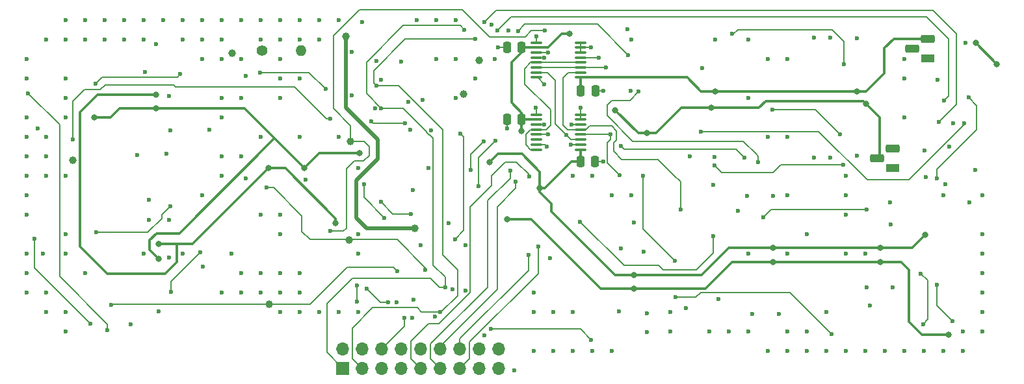
<source format=gbr>
%TF.GenerationSoftware,KiCad,Pcbnew,8.0.3*%
%TF.CreationDate,2024-07-17T18:03:28-06:00*%
%TF.ProjectId,VoiceBoardR4,566f6963-6542-46f6-9172-6452342e6b69,rev?*%
%TF.SameCoordinates,Original*%
%TF.FileFunction,Copper,L4,Bot*%
%TF.FilePolarity,Positive*%
%FSLAX46Y46*%
G04 Gerber Fmt 4.6, Leading zero omitted, Abs format (unit mm)*
G04 Created by KiCad (PCBNEW 8.0.3) date 2024-07-17 18:03:28*
%MOMM*%
%LPD*%
G01*
G04 APERTURE LIST*
G04 Aperture macros list*
%AMRoundRect*
0 Rectangle with rounded corners*
0 $1 Rounding radius*
0 $2 $3 $4 $5 $6 $7 $8 $9 X,Y pos of 4 corners*
0 Add a 4 corners polygon primitive as box body*
4,1,4,$2,$3,$4,$5,$6,$7,$8,$9,$2,$3,0*
0 Add four circle primitives for the rounded corners*
1,1,$1+$1,$2,$3*
1,1,$1+$1,$4,$5*
1,1,$1+$1,$6,$7*
1,1,$1+$1,$8,$9*
0 Add four rect primitives between the rounded corners*
20,1,$1+$1,$2,$3,$4,$5,0*
20,1,$1+$1,$4,$5,$6,$7,0*
20,1,$1+$1,$6,$7,$8,$9,0*
20,1,$1+$1,$8,$9,$2,$3,0*%
G04 Aperture macros list end*
%TA.AperFunction,ComponentPad*%
%ADD10R,1.800000X1.100000*%
%TD*%
%TA.AperFunction,ComponentPad*%
%ADD11RoundRect,0.275000X0.625000X-0.275000X0.625000X0.275000X-0.625000X0.275000X-0.625000X-0.275000X0*%
%TD*%
%TA.AperFunction,ComponentPad*%
%ADD12R,1.700000X1.700000*%
%TD*%
%TA.AperFunction,ComponentPad*%
%ADD13O,1.700000X1.700000*%
%TD*%
%TA.AperFunction,ComponentPad*%
%ADD14C,1.000000*%
%TD*%
%TA.AperFunction,ComponentPad*%
%ADD15C,1.400000*%
%TD*%
%TA.AperFunction,ComponentPad*%
%ADD16O,1.400000X1.400000*%
%TD*%
%TA.AperFunction,SMDPad,CuDef*%
%ADD17RoundRect,0.100000X-0.637500X-0.100000X0.637500X-0.100000X0.637500X0.100000X-0.637500X0.100000X0*%
%TD*%
%TA.AperFunction,SMDPad,CuDef*%
%ADD18RoundRect,0.250000X0.250000X0.475000X-0.250000X0.475000X-0.250000X-0.475000X0.250000X-0.475000X0*%
%TD*%
%TA.AperFunction,SMDPad,CuDef*%
%ADD19RoundRect,0.250000X-0.250000X-0.475000X0.250000X-0.475000X0.250000X0.475000X-0.250000X0.475000X0*%
%TD*%
%TA.AperFunction,ViaPad*%
%ADD20C,0.600000*%
%TD*%
%TA.AperFunction,ViaPad*%
%ADD21C,0.800000*%
%TD*%
%TA.AperFunction,ViaPad*%
%ADD22C,1.000000*%
%TD*%
%TA.AperFunction,Conductor*%
%ADD23C,0.152400*%
%TD*%
%TA.AperFunction,Conductor*%
%ADD24C,0.304800*%
%TD*%
%TA.AperFunction,Conductor*%
%ADD25C,0.500000*%
%TD*%
G04 APERTURE END LIST*
D10*
%TO.P,U304,1,GND*%
%TO.N,GND*%
X115060000Y-21750000D03*
D11*
%TO.P,U304,2,Vin*%
%TO.N,-12V*%
X112990000Y-20480000D03*
%TO.P,U304,3,Vout*%
%TO.N,-5V*%
X115060000Y-19210000D03*
%TD*%
D12*
%TO.P,U103,1,SDA*%
%TO.N,SDA*%
X43437500Y-47887500D03*
D13*
%TO.P,U103,2,LVL1*%
%TO.N,LEVEL_1_CV*%
X43437500Y-45347500D03*
%TO.P,U103,3,SCL*%
%TO.N,SCL*%
X45977500Y-47887500D03*
%TO.P,U103,4,LVL2*%
%TO.N,LEVEL_2_CV*%
X45977500Y-45347500D03*
%TO.P,U103,5,CLK1*%
%TO.N,CLK_1*%
X48517500Y-47887500D03*
%TO.P,U103,6,PWM1*%
%TO.N,PWM_1_CV*%
X48517500Y-45347500D03*
%TO.P,U103,7,CLK2*%
%TO.N,CLK_2*%
X51057500Y-47887500D03*
%TO.P,U103,8,PWM2*%
%TO.N,PWM_2_CV*%
X51057500Y-45347500D03*
%TO.P,U103,9,HP*%
%TO.N,HP_MODE*%
X53597500Y-47887500D03*
%TO.P,U103,10,FOLD*%
%TO.N,FOLD_CV*%
X53597500Y-45347500D03*
%TO.P,U103,11,FF*%
%TO.N,FOLD_FIRST*%
X56137500Y-47887500D03*
%TO.P,U103,12,VCF*%
%TO.N,CUTOFF_CV*%
X56137500Y-45347500D03*
%TO.P,U103,13,OUT*%
%TO.N,VCA_OUT*%
X58677500Y-47887500D03*
%TO.P,U103,14,VCA*%
%TO.N,VCA_CV*%
X58677500Y-45347500D03*
%TO.P,U103,15,+3V3*%
%TO.N,+3.3V*%
X61217500Y-47887500D03*
%TO.P,U103,16,GND*%
%TO.N,GND*%
X61217500Y-45347500D03*
%TO.P,U103,17,+12V*%
%TO.N,+12V*%
X63757500Y-47887500D03*
%TO.P,U103,18,-12V*%
%TO.N,-12V*%
X63757500Y-45347500D03*
%TD*%
D14*
%TO.P,SAW2,1,1*%
%TO.N,SAW2_FULL*%
X44300000Y-31100000D03*
%TD*%
%TO.P,OSC2,1,1*%
%TO.N,/DCO/O2_MIXF*%
X61225000Y-7675000D03*
%TD*%
D15*
%TO.P,R247,1*%
%TO.N,GND*%
X32885000Y-6375000D03*
D16*
%TO.P,R247,2*%
X37965000Y-6375000D03*
%TD*%
D14*
%TO.P,SAW1,1,1*%
%TO.N,SAW1_FULL*%
X29025000Y-6725000D03*
%TD*%
%TO.P,OSC1,1,1*%
%TO.N,/DCO/O1_MIXF*%
X59200000Y-12050000D03*
%TD*%
%TO.P,TRI1,1,1*%
%TO.N,TRI1_FULL*%
X8300000Y-20750000D03*
%TD*%
D10*
%TO.P,U305,1,Vout*%
%TO.N,+5V*%
X119610000Y-7430000D03*
D11*
%TO.P,U305,2,GND*%
%TO.N,GND*%
X117540000Y-6160000D03*
%TO.P,U305,3,Vin*%
%TO.N,+12V*%
X119610000Y-4890000D03*
%TD*%
D14*
%TO.P,OSCMIX1,1,1*%
%TO.N,OSC_MIX*%
X44425000Y-18275000D03*
%TD*%
%TO.P,TRI2,1,1*%
%TO.N,TRI2_FULL*%
X33850000Y-39550000D03*
%TD*%
D17*
%TO.P,U101,1,B1*%
%TO.N,OSC_MIX*%
X68662500Y-9925000D03*
%TO.P,U101,2,B0*%
%TO.N,FILTER_OUT*%
X68662500Y-9275000D03*
%TO.P,U101,3,C1*%
%TO.N,FOLDER_OUT*%
X68662500Y-8625000D03*
%TO.P,U101,4,C*%
%TO.N,FILTER_IN*%
X68662500Y-7975000D03*
%TO.P,U101,5,C0*%
%TO.N,OSC_MIX*%
X68662500Y-7325000D03*
%TO.P,U101,6,INH*%
%TO.N,GND*%
X68662500Y-6675000D03*
%TO.P,U101,7,VSS*%
%TO.N,-12V*%
X68662500Y-6025000D03*
%TO.P,U101,8,GND*%
%TO.N,GND*%
X68662500Y-5375000D03*
%TO.P,U101,9,S3*%
%TO.N,FOLD_FIRST*%
X74387500Y-5375000D03*
%TO.P,U101,10,S2*%
X74387500Y-6025000D03*
%TO.P,U101,11,S1*%
X74387500Y-6675000D03*
%TO.P,U101,12,A0*%
%TO.N,VCA_IN*%
X74387500Y-7325000D03*
%TO.P,U101,13,A1*%
%TO.N,FILTER_IN*%
X74387500Y-7975000D03*
%TO.P,U101,14,A*%
%TO.N,FOLDER_OUT*%
X74387500Y-8625000D03*
%TO.P,U101,15,B*%
%TO.N,FOLDER_IN*%
X74387500Y-9275000D03*
%TO.P,U101,16,VDD*%
%TO.N,+12V*%
X74387500Y-9925000D03*
%TD*%
D18*
%TO.P,C103,1*%
%TO.N,-12V*%
X66725000Y-15425000D03*
%TO.P,C103,2*%
%TO.N,GND*%
X64825000Y-15425000D03*
%TD*%
%TO.P,C101,1*%
%TO.N,-12V*%
X66712499Y-6025000D03*
%TO.P,C101,2*%
%TO.N,GND*%
X64812499Y-6025000D03*
%TD*%
D19*
%TO.P,C102,1*%
%TO.N,+12V*%
X74412500Y-11625000D03*
%TO.P,C102,2*%
%TO.N,GND*%
X76312498Y-11625000D03*
%TD*%
D17*
%TO.P,U102,1,B1*%
%TO.N,FILTER_IN*%
X68637500Y-19325000D03*
%TO.P,U102,2,B0*%
%TO.N,GND*%
X68637500Y-18675000D03*
%TO.P,U102,3,C1*%
%TO.N,unconnected-(U102-C1-Pad3)*%
X68637500Y-18025000D03*
%TO.P,U102,4,C*%
%TO.N,LP_IN*%
X68637500Y-17375000D03*
%TO.P,U102,5,C0*%
%TO.N,FILTER_IN*%
X68637500Y-16725000D03*
%TO.P,U102,6,INH*%
%TO.N,GND*%
X68637500Y-16075000D03*
%TO.P,U102,7,VSS*%
%TO.N,-12V*%
X68637500Y-15425000D03*
%TO.P,U102,8,GND*%
%TO.N,GND*%
X68637500Y-14775000D03*
%TO.P,U102,9,S3*%
%TO.N,HP_MODE*%
X74362500Y-14775000D03*
%TO.P,U102,10,S2*%
X74362500Y-15425000D03*
%TO.P,U102,11,S1*%
%TO.N,FOLD_FIRST*%
X74362500Y-16075000D03*
%TO.P,U102,12,A0*%
%TO.N,FOLDER_IN*%
X74362500Y-16725000D03*
%TO.P,U102,13,A1*%
%TO.N,VCA_IN*%
X74362500Y-17375000D03*
%TO.P,U102,14,A*%
%TO.N,FILTER_OUT*%
X74362500Y-18025000D03*
%TO.P,U102,15,B*%
%TO.N,HP_IN*%
X74362500Y-18675000D03*
%TO.P,U102,16,VDD*%
%TO.N,+12V*%
X74362500Y-19325000D03*
%TD*%
D19*
%TO.P,C104,1*%
%TO.N,+12V*%
X74375001Y-20925000D03*
%TO.P,C104,2*%
%TO.N,GND*%
X76274999Y-20925000D03*
%TD*%
D20*
%TO.N,GND*%
X126731667Y-43105000D03*
X126731667Y-40565000D03*
X126731667Y-38025000D03*
X126731667Y-35485000D03*
X126731667Y-32945000D03*
X126731667Y-30405000D03*
X126731667Y-25325000D03*
X124191667Y-45645000D03*
X124191667Y-43105000D03*
X121651667Y-45645000D03*
X121651667Y-25325000D03*
X119111667Y-45645000D03*
X116571667Y-45645000D03*
X116571667Y-15165000D03*
X116571667Y-10085000D03*
X116571667Y-7545000D03*
X114031667Y-45645000D03*
X111491667Y-45645000D03*
X111491667Y-32945000D03*
X108951667Y-45645000D03*
X108951667Y-32945000D03*
X108951667Y-27865000D03*
X108951667Y-25325000D03*
X108951667Y-22785000D03*
X106411667Y-45645000D03*
X106411667Y-40565000D03*
X103871667Y-45645000D03*
X103871667Y-43105000D03*
X103871667Y-30405000D03*
X101331667Y-45645000D03*
X101331667Y-43105000D03*
X101331667Y-32945000D03*
X101331667Y-25325000D03*
X101331667Y-17705000D03*
X101331667Y-7545000D03*
X98791667Y-45645000D03*
X98791667Y-17705000D03*
X98791667Y-7545000D03*
X96251667Y-43105000D03*
X96251667Y-32945000D03*
X96251667Y-12625000D03*
X96251667Y-5005000D03*
X93711667Y-43105000D03*
X91171667Y-43105000D03*
X88631667Y-20245000D03*
X86091667Y-43105000D03*
X86091667Y-40565000D03*
X81011667Y-25325000D03*
X81011667Y-5005000D03*
X78471667Y-45645000D03*
X78471667Y-25325000D03*
X75931667Y-45645000D03*
X75931667Y-22785000D03*
X73391667Y-45645000D03*
X73391667Y-40565000D03*
X73391667Y-22785000D03*
X70851667Y-45645000D03*
X70851667Y-40565000D03*
X68311667Y-45645000D03*
X68311667Y-40565000D03*
X68311667Y-38025000D03*
X65771667Y-48185000D03*
X63231667Y-7545000D03*
X60691667Y-10085000D03*
X58151667Y-12625000D03*
X58151667Y-7545000D03*
X58151667Y-2465000D03*
X55611667Y-7545000D03*
X55611667Y-2465000D03*
X53071667Y-2465000D03*
X45451667Y-40565000D03*
X45451667Y-32945000D03*
X45451667Y-30405000D03*
X42911667Y-40565000D03*
X42911667Y-17705000D03*
X42911667Y-2465000D03*
X40371667Y-40565000D03*
X40371667Y-5005000D03*
X40371667Y-2465000D03*
X37831667Y-40565000D03*
X37831667Y-38025000D03*
X37831667Y-35485000D03*
X37831667Y-17705000D03*
X37831667Y-10085000D03*
X37831667Y-5005000D03*
X37831667Y-2465000D03*
X35291667Y-40565000D03*
X35291667Y-38025000D03*
X35291667Y-35485000D03*
X35291667Y-30405000D03*
X35291667Y-27865000D03*
X35291667Y-12625000D03*
X35291667Y-10085000D03*
X35291667Y-7545000D03*
X35291667Y-5005000D03*
X35291667Y-2465000D03*
X32751667Y-38025000D03*
X32751667Y-35485000D03*
X32751667Y-27865000D03*
X32751667Y-17705000D03*
X32751667Y-5005000D03*
X32751667Y-2465000D03*
X30211667Y-38025000D03*
X30211667Y-35485000D03*
X30211667Y-20245000D03*
X30211667Y-12625000D03*
X30211667Y-7545000D03*
X30211667Y-2465000D03*
X27671667Y-38025000D03*
X27671667Y-22785000D03*
X27671667Y-20245000D03*
X27671667Y-15165000D03*
X27671667Y-12625000D03*
X27671667Y-7545000D03*
X27671667Y-5005000D03*
X27671667Y-2465000D03*
X25131667Y-25325000D03*
X25131667Y-7545000D03*
X25131667Y-5005000D03*
X25131667Y-2465000D03*
X22591667Y-32945000D03*
X22591667Y-5005000D03*
X22591667Y-2465000D03*
X20051667Y-2465000D03*
X17511667Y-32945000D03*
X17511667Y-5005000D03*
X17511667Y-2465000D03*
X14971667Y-5005000D03*
X14971667Y-2465000D03*
X12431667Y-5005000D03*
X12431667Y-2465000D03*
X9891667Y-35485000D03*
X9891667Y-5005000D03*
X9891667Y-2465000D03*
X7351667Y-43105000D03*
X7351667Y-40565000D03*
X7351667Y-32945000D03*
X7351667Y-30405000D03*
X7351667Y-22785000D03*
X7351667Y-15165000D03*
X7351667Y-12625000D03*
X7351667Y-10085000D03*
X7351667Y-5005000D03*
X7351667Y-2465000D03*
X4811667Y-40565000D03*
X4811667Y-38025000D03*
X4811667Y-22785000D03*
X4811667Y-20245000D03*
X4811667Y-17705000D03*
X4811667Y-5005000D03*
X2271667Y-38025000D03*
X2271667Y-35485000D03*
X2271667Y-32945000D03*
X2271667Y-27865000D03*
X2271667Y-25325000D03*
X2271667Y-22785000D03*
X2271667Y-20245000D03*
X2271667Y-17705000D03*
X2271667Y-15165000D03*
X2271667Y-10085000D03*
X2271667Y-7545000D03*
%TO.N,/DCO/O1_MIXF*%
X58710000Y-17210000D03*
X58050000Y-31025000D03*
%TO.N,CLK_1*%
X2475000Y-11975000D03*
X12800000Y-42925000D03*
%TO.N,/DCO/O2_MIXF*%
X61075000Y-24150000D03*
X63275000Y-18200000D03*
%TO.N,Net-(U202C-+)*%
X21075000Y-37900000D03*
X24875000Y-32750000D03*
%TO.N,Net-(U206C--)*%
X61775000Y-18250000D03*
X48875000Y-28250000D03*
X60075000Y-21975000D03*
X46200000Y-23825000D03*
%TO.N,GND*%
X53550000Y-31825000D03*
X70425000Y-33500000D03*
X68675000Y-4575000D03*
X77325000Y-20925000D03*
X115075000Y-37275000D03*
X124525000Y-5400000D03*
X82600000Y-32700000D03*
X88150000Y-40025000D03*
X25200000Y-34575000D03*
X114750000Y-29100000D03*
X122450000Y-18927400D03*
X20962941Y-16852498D03*
X51925000Y-13100000D03*
X121900000Y-23850000D03*
X26050000Y-16700000D03*
X80475000Y-3650000D03*
X70176075Y-6676880D03*
X91925000Y-4975000D03*
X119175000Y-19450000D03*
X50475000Y-39225000D03*
X54625000Y-21725000D03*
X55450000Y-41125000D03*
X53825000Y-12875000D03*
X83000000Y-40675000D03*
X45975000Y-2650000D03*
X122925000Y-15925000D03*
X17700000Y-9225000D03*
X94925000Y-27300000D03*
X96775000Y-40750000D03*
X38550000Y-23250000D03*
X20475000Y-19875000D03*
X119375000Y-22900000D03*
X100225000Y-40750000D03*
X81350000Y-28825000D03*
X15850000Y-42150000D03*
X120900000Y-10200000D03*
X125075000Y-26250000D03*
X99475000Y-25375000D03*
X106925000Y-20400000D03*
X57700000Y-37550000D03*
X20775000Y-33400000D03*
X112075000Y-39675000D03*
X83050000Y-43175000D03*
X47800000Y-7775000D03*
X52650000Y-38950000D03*
X111625000Y-37325000D03*
X20850000Y-12325000D03*
X91650000Y-23900000D03*
X47650000Y-13950000D03*
X28900000Y-32925000D03*
X68600000Y-13850000D03*
X44600000Y-12275000D03*
X59425000Y-37775000D03*
X61875000Y-43575000D03*
X48375000Y-10200000D03*
X59400000Y-31800000D03*
X18225000Y-28550000D03*
X79400000Y-40475000D03*
X65000000Y-3825000D03*
X104800000Y-20425000D03*
X110400000Y-4775000D03*
X30825000Y-9750000D03*
X44600000Y-6550000D03*
X96100000Y-25375000D03*
X90250000Y-8675000D03*
X125775000Y-22000000D03*
X69625000Y-16075000D03*
X52200000Y-16725000D03*
X51050000Y-7850000D03*
X4375000Y-32875000D03*
X106950000Y-4700000D03*
X114675000Y-26225000D03*
X45425000Y-21750000D03*
X104800000Y-4700000D03*
X3675000Y-16600000D03*
X19125000Y-5525000D03*
X16675000Y-20075000D03*
X30825000Y-23125000D03*
X52550000Y-24625000D03*
X18225000Y-25900000D03*
X64825000Y-16575000D03*
X92375000Y-38800000D03*
X54925000Y-16825000D03*
X19475000Y-40450000D03*
X20775000Y-28550000D03*
X63650000Y-6025000D03*
X110375000Y-20125000D03*
X69975000Y-18925000D03*
X57225000Y-28975000D03*
X62800000Y-3050000D03*
X79625000Y-32250000D03*
X52475000Y-41300000D03*
X91825000Y-20300000D03*
X80950000Y-11675000D03*
X77400000Y-11625000D03*
D21*
%TO.N,+12V*%
X99425000Y-32150000D03*
X81325000Y-35725000D03*
X42500000Y-28925000D03*
X19100000Y-12150000D03*
X19475000Y-31650000D03*
X119250000Y-30475000D03*
X128625000Y-8175000D03*
X62525000Y-21000000D03*
X69100000Y-24375000D03*
X125850000Y-5425000D03*
X110375000Y-11775000D03*
X91925000Y-11775000D03*
X113475000Y-32150000D03*
X33750000Y-21750000D03*
%TO.N,-12V*%
X45625000Y-19800000D03*
X113475000Y-34025000D03*
X11050000Y-15100000D03*
X81325000Y-37475000D03*
X19125000Y-13950000D03*
X66725000Y-16950000D03*
X19475000Y-33575000D03*
X72975000Y-4225000D03*
X91409374Y-13864577D03*
X83050000Y-17200000D03*
X99475000Y-34025000D03*
X122350000Y-43500000D03*
X111575000Y-13350000D03*
X64825000Y-28450000D03*
X38400000Y-21750000D03*
X78862500Y-14162500D03*
D20*
%TO.N,CLK_2*%
X10575000Y-42075000D03*
X3275000Y-30925000D03*
%TO.N,SAW2_FULL*%
X33550000Y-24282501D03*
X54200000Y-35000000D03*
D22*
%TO.N,+3.3V*%
X43800000Y-4550000D03*
X52775000Y-29625000D03*
D20*
%TO.N,Net-(U301A-+)*%
X94150000Y-4225000D03*
X108675000Y-8150000D03*
%TO.N,FILTER_OUT*%
X95750000Y-20350000D03*
X79687500Y-18862500D03*
X72575000Y-17450000D03*
X120825000Y-23100000D03*
X124950000Y-12525000D03*
%TO.N,Net-(U301C-+)*%
X124325000Y-15900000D03*
X90100000Y-16975000D03*
%TO.N,HP_IN*%
X73100000Y-18675000D03*
%TO.N,FOLDER_IN*%
X87400000Y-27175000D03*
%TO.N,VCA_IN*%
X76750000Y-7325000D03*
X78275000Y-17375000D03*
X79500000Y-22650000D03*
%TO.N,SDA*%
X121075000Y-15750000D03*
X59275000Y-3700000D03*
X48450000Y-13925000D03*
X56800000Y-37300000D03*
X61875000Y-2675000D03*
%TO.N,SCL*%
X47800000Y-11000000D03*
X63600000Y-3750000D03*
X121700000Y-12900000D03*
X56150000Y-40525000D03*
X60700000Y-4875000D03*
%TO.N,FOLD_FIRST*%
X75725000Y-6025000D03*
X73175000Y-16075000D03*
X65225000Y-22100000D03*
%TO.N,HP_MODE*%
X74375000Y-13900000D03*
X67675000Y-22875000D03*
%TO.N,PWM_1_CV*%
X46550000Y-37475000D03*
X51450000Y-41300000D03*
X49350000Y-39225000D03*
%TO.N,PWM_2_CV*%
X45300000Y-39200000D03*
X45300000Y-37025000D03*
%TO.N,CUTOFF_CV*%
X66250000Y-3846000D03*
X65975000Y-23550000D03*
X80600000Y-6975000D03*
%TO.N,FOLD_CV*%
X75775000Y-44150000D03*
X62750000Y-42775000D03*
%TO.N,VCA_CV*%
X67625000Y-33100000D03*
%TO.N,VCA_OUT*%
X68900000Y-31950000D03*
%TO.N,Net-(Q302-C)*%
X81950000Y-11750000D03*
X97550000Y-20950000D03*
%TO.N,Net-(Q405-E)*%
X122800000Y-41700000D03*
X120800000Y-36975000D03*
%TO.N,TRI1_FULL*%
X8300000Y-18050000D03*
X41800000Y-15300000D03*
%TO.N,TRI2_FULL*%
X50500000Y-35200000D03*
X13275000Y-39575000D03*
%TO.N,PULSE1_FULL*%
X41250000Y-11450000D03*
X32650000Y-9250000D03*
%TO.N,OSC_MIX*%
X41800000Y-29975000D03*
X69650000Y-10800000D03*
X69725000Y-3825000D03*
X69650000Y-7325000D03*
%TO.N,LP_IN*%
X70175000Y-17375000D03*
%TO.N,Net-(U303C--)*%
X108225000Y-17375000D03*
X99350000Y-14100000D03*
%TO.N,Net-(R408-Pad1)*%
X74325000Y-28750000D03*
X91675000Y-30600000D03*
%TO.N,Net-(U403A--)*%
X98175000Y-28175000D03*
X111625000Y-27150000D03*
%TO.N,FOLDER_OUT*%
X86650000Y-33825000D03*
X77675000Y-8600000D03*
X107125000Y-43400000D03*
X86725000Y-38625000D03*
X82550000Y-22725000D03*
%TO.N,Net-(U301D-+)*%
X91850000Y-21375000D03*
X108600000Y-21325000D03*
%TO.N,Net-(U202A--)*%
X11325000Y-30150000D03*
X20975000Y-26775000D03*
%TO.N,Net-(R233-Pad2)*%
X47150000Y-15650000D03*
X51575000Y-15900000D03*
%TO.N,Net-(R420-Pad2)*%
X119000000Y-42125000D03*
X118725000Y-35525000D03*
%TO.N,Net-(U201A--)*%
X22275000Y-9500000D03*
X11200000Y-10725000D03*
%TO.N,Net-(R220-Pad1)*%
X52300000Y-27775000D03*
X48375000Y-26175000D03*
%TD*%
D23*
%TO.N,/DCO/O1_MIXF*%
X58050000Y-31025000D02*
X59175000Y-29900000D01*
X59175000Y-17675000D02*
X58710000Y-17210000D01*
X59175000Y-29900000D02*
X59175000Y-17675000D01*
%TO.N,CLK_1*%
X12800000Y-42100000D02*
X6550000Y-35850000D01*
X6550000Y-35850000D02*
X6550000Y-16050000D01*
X12800000Y-42925000D02*
X12800000Y-42100000D01*
X6550000Y-16050000D02*
X2475000Y-11975000D01*
%TO.N,/DCO/O2_MIXF*%
X63275000Y-18200000D02*
X61075000Y-20400000D01*
X61075000Y-20400000D02*
X61075000Y-24150000D01*
%TO.N,Net-(U202C-+)*%
X21075000Y-36550000D02*
X24875000Y-32750000D01*
X21075000Y-37900000D02*
X21075000Y-36550000D01*
%TO.N,Net-(U206C--)*%
X46200000Y-25575000D02*
X46200000Y-23825000D01*
X61775000Y-18250000D02*
X60075000Y-19950000D01*
X60075000Y-19950000D02*
X60075000Y-21975000D01*
X48875000Y-28250000D02*
X46200000Y-25575000D01*
%TO.N,GND*%
X70174195Y-6675000D02*
X70176075Y-6676880D01*
X68662500Y-6675000D02*
X70174195Y-6675000D01*
X68637500Y-18675000D02*
X69725000Y-18675000D01*
X68637500Y-16075000D02*
X69625000Y-16075000D01*
X68637500Y-13887500D02*
X68600000Y-13850000D01*
X64812499Y-6025000D02*
X63650000Y-6025000D01*
X64825000Y-15425000D02*
X64825000Y-16575000D01*
X69725000Y-18675000D02*
X69975000Y-18925000D01*
X68637500Y-14775000D02*
X68637500Y-13887500D01*
X76274999Y-20925000D02*
X77325000Y-20925000D01*
X76312498Y-11625000D02*
X77400000Y-11625000D01*
X68662500Y-5375000D02*
X68662500Y-4587500D01*
D24*
%TO.N,+12V*%
X74412500Y-11625000D02*
X74412500Y-9950000D01*
X128625000Y-8175000D02*
X125875000Y-5425000D01*
X99425000Y-32150000D02*
X113475000Y-32150000D01*
X74412500Y-9950000D02*
X74387500Y-9925000D01*
X20325000Y-35500000D02*
X21825000Y-34000000D01*
X9250000Y-31975000D02*
X12775000Y-35500000D01*
X117575000Y-32150000D02*
X119250000Y-30475000D01*
X91925000Y-11775000D02*
X110375000Y-11775000D01*
X35950000Y-21750000D02*
X42500000Y-28300000D01*
X93700000Y-32150000D02*
X99425000Y-32150000D01*
X81325000Y-35725000D02*
X90125000Y-35725000D01*
X125875000Y-5425000D02*
X125850000Y-5425000D01*
X90125000Y-35725000D02*
X93700000Y-32150000D01*
X73225000Y-20925000D02*
X69775000Y-24375000D01*
X88250000Y-9925000D02*
X90100000Y-11775000D01*
X66775000Y-19900000D02*
X69100000Y-22225000D01*
X111575000Y-11775000D02*
X113975000Y-9375000D01*
X12775000Y-35500000D02*
X20325000Y-35500000D01*
X115185000Y-4890000D02*
X119210000Y-4890000D01*
X113975000Y-9375000D02*
X113975000Y-6100000D01*
X42500000Y-28300000D02*
X42500000Y-28925000D01*
X69775000Y-24375000D02*
X69100000Y-24375000D01*
X11525000Y-12150000D02*
X9250000Y-14425000D01*
X69100000Y-24900000D02*
X70575000Y-26375000D01*
X90100000Y-11775000D02*
X91925000Y-11775000D01*
X74362500Y-20912499D02*
X74375001Y-20925000D01*
X33750000Y-21750000D02*
X35950000Y-21750000D01*
X113475000Y-32150000D02*
X117575000Y-32150000D01*
X19100000Y-12150000D02*
X11525000Y-12150000D01*
X70575000Y-26375000D02*
X70575000Y-27450000D01*
X69100000Y-24375000D02*
X69100000Y-24900000D01*
X63625000Y-19900000D02*
X66775000Y-19900000D01*
X70575000Y-27450000D02*
X78850000Y-35725000D01*
X21825000Y-31650000D02*
X23850000Y-31650000D01*
X19475000Y-31650000D02*
X21825000Y-31650000D01*
X113975000Y-6100000D02*
X115185000Y-4890000D01*
X62525000Y-21000000D02*
X63625000Y-19900000D01*
X9250000Y-14425000D02*
X9250000Y-31975000D01*
X74362500Y-19325000D02*
X74362500Y-20912499D01*
X74387500Y-9925000D02*
X88250000Y-9925000D01*
X110375000Y-11775000D02*
X111575000Y-11775000D01*
X21825000Y-34000000D02*
X21825000Y-31650000D01*
X69100000Y-22225000D02*
X69100000Y-24375000D01*
X23850000Y-31650000D02*
X33750000Y-21750000D01*
X74375001Y-20925000D02*
X73225000Y-20925000D01*
X78850000Y-35725000D02*
X81325000Y-35725000D01*
%TO.N,-12V*%
X99475000Y-34025000D02*
X113475000Y-34025000D01*
X68637500Y-15425000D02*
X66725000Y-15425000D01*
X18300000Y-32400000D02*
X18300000Y-31125000D01*
X68662500Y-6025000D02*
X66712499Y-6025000D01*
X70150000Y-6025000D02*
X71950000Y-4225000D01*
X34525000Y-17875000D02*
X30600000Y-13950000D01*
X113390000Y-20480000D02*
X113390000Y-15165000D01*
X65450000Y-13225000D02*
X65450000Y-7925000D01*
X66700000Y-6037499D02*
X66712499Y-6025000D01*
X19475000Y-33575000D02*
X18300000Y-32400000D01*
X97600000Y-13900000D02*
X98500000Y-13000000D01*
X83050000Y-17200000D02*
X81900000Y-17200000D01*
X113475000Y-34025000D02*
X116125000Y-34025000D01*
X66725000Y-16950000D02*
X66725000Y-15425000D01*
X65450000Y-7925000D02*
X66700000Y-6675000D01*
X117125000Y-35025000D02*
X117125000Y-41775000D01*
X84200000Y-17200000D02*
X87500000Y-13900000D01*
X117125000Y-41775000D02*
X118850000Y-43500000D01*
X94125000Y-34025000D02*
X90675000Y-37475000D01*
X66725000Y-15425000D02*
X66725000Y-14500000D01*
X19100000Y-13975000D02*
X14350000Y-13975000D01*
X30600000Y-13950000D02*
X19125000Y-13950000D01*
X14350000Y-13975000D02*
X13225000Y-15100000D01*
X81900000Y-17200000D02*
X78862500Y-14162500D01*
X113390000Y-15165000D02*
X111575000Y-13350000D01*
X22150000Y-30250000D02*
X34525000Y-17875000D01*
X38400000Y-21750000D02*
X34525000Y-17875000D01*
X13225000Y-15100000D02*
X11050000Y-15100000D01*
X99475000Y-34025000D02*
X94125000Y-34025000D01*
X84200000Y-17200000D02*
X83050000Y-17200000D01*
X118850000Y-43500000D02*
X122350000Y-43500000D01*
X70150000Y-6025000D02*
X68662500Y-6025000D01*
X40350000Y-19800000D02*
X45625000Y-19800000D01*
X90675000Y-37475000D02*
X81325000Y-37475000D01*
X98500000Y-13000000D02*
X111225000Y-13000000D01*
X19175000Y-30250000D02*
X22150000Y-30250000D01*
X77000000Y-37475000D02*
X81325000Y-37475000D01*
X64825000Y-28450000D02*
X67975000Y-28450000D01*
X66700000Y-6675000D02*
X66700000Y-6037499D01*
X40350000Y-19800000D02*
X38400000Y-21750000D01*
X18300000Y-31125000D02*
X19175000Y-30250000D01*
X66725000Y-14500000D02*
X65450000Y-13225000D01*
X67975000Y-28450000D02*
X77000000Y-37475000D01*
X116125000Y-34025000D02*
X117125000Y-35025000D01*
X71950000Y-4225000D02*
X72975000Y-4225000D01*
X19125000Y-13950000D02*
X19100000Y-13975000D01*
X87500000Y-13900000D02*
X97600000Y-13900000D01*
X111225000Y-13000000D02*
X111575000Y-13350000D01*
D23*
%TO.N,CLK_2*%
X10575000Y-42075000D02*
X10550000Y-42075000D01*
X10550000Y-42075000D02*
X3275000Y-34800000D01*
X3275000Y-34800000D02*
X3275000Y-30925000D01*
%TO.N,SAW2_FULL*%
X34407501Y-24282501D02*
X38100000Y-27975000D01*
X54200000Y-34775000D02*
X54200000Y-35000000D01*
X50500000Y-31075000D02*
X54200000Y-34775000D01*
X39150000Y-31075000D02*
X50500000Y-31075000D01*
X38100000Y-30025000D02*
X39150000Y-31075000D01*
X33550000Y-24282501D02*
X34407501Y-24282501D01*
X38100000Y-27975000D02*
X38100000Y-30025000D01*
D25*
%TO.N,+3.3V*%
X45175000Y-28275000D02*
X45175000Y-23325000D01*
X43800000Y-13850000D02*
X43800000Y-4550000D01*
X47975000Y-18025000D02*
X43800000Y-13850000D01*
X47975000Y-20525000D02*
X47975000Y-18025000D01*
X45175000Y-23325000D02*
X47975000Y-20525000D01*
X46525000Y-29625000D02*
X45175000Y-28275000D01*
X52775000Y-29625000D02*
X46525000Y-29625000D01*
D23*
%TO.N,Net-(U301A-+)*%
X94850000Y-3700000D02*
X107150000Y-3700000D01*
X94150000Y-4225000D02*
X94325000Y-4225000D01*
X107150000Y-3700000D02*
X108675000Y-5225000D01*
X108675000Y-5225000D02*
X108675000Y-8150000D01*
X94325000Y-4225000D02*
X94850000Y-3700000D01*
%TO.N,FILTER_OUT*%
X74362500Y-18025000D02*
X73150000Y-18025000D01*
X120825000Y-23100000D02*
X120825000Y-21875000D01*
X79687500Y-18862500D02*
X80100000Y-19275000D01*
X80100000Y-19275000D02*
X94675000Y-19275000D01*
X68662500Y-9275000D02*
X70100000Y-9275000D01*
X73150000Y-18025000D02*
X72575000Y-17450000D01*
X70100000Y-9275000D02*
X71100000Y-10275000D01*
X71100000Y-10275000D02*
X71100000Y-15975000D01*
X126000000Y-13575000D02*
X124950000Y-12525000D01*
X71100000Y-15975000D02*
X72575000Y-17450000D01*
X94675000Y-19275000D02*
X95750000Y-20350000D01*
X126000000Y-16700000D02*
X126000000Y-13575000D01*
X120825000Y-21875000D02*
X126000000Y-16700000D01*
%TO.N,Net-(U301C-+)*%
X111700000Y-23275000D02*
X117150000Y-23275000D01*
X90100000Y-16975000D02*
X105400000Y-16975000D01*
X124325000Y-16100000D02*
X124325000Y-15900000D01*
X105400000Y-16975000D02*
X111700000Y-23275000D01*
X117150000Y-23275000D02*
X124325000Y-16100000D01*
%TO.N,HP_IN*%
X74362500Y-18675000D02*
X73100000Y-18675000D01*
%TO.N,FOLDER_IN*%
X75099999Y-16725000D02*
X75574999Y-16250000D01*
X72125000Y-9950000D02*
X72800000Y-9275000D01*
X78700000Y-19525000D02*
X79775000Y-20600000D01*
X84450000Y-20600000D02*
X86550000Y-22700000D01*
X74362500Y-16725000D02*
X72700000Y-16725000D01*
X86550000Y-22700000D02*
X87400000Y-23550000D01*
X72700000Y-16725000D02*
X72125000Y-16150000D01*
X74362500Y-16725000D02*
X75099999Y-16725000D01*
X79050000Y-16875000D02*
X79050000Y-18125000D01*
X79775000Y-20600000D02*
X84450000Y-20600000D01*
X78700000Y-18475000D02*
X78700000Y-19525000D01*
X87400000Y-23550000D02*
X87400000Y-27175000D01*
X78425000Y-16250000D02*
X79050000Y-16875000D01*
X79050000Y-18125000D02*
X78700000Y-18475000D01*
X75574999Y-16250000D02*
X78425000Y-16250000D01*
X72125000Y-16150000D02*
X72125000Y-9950000D01*
X72800000Y-9275000D02*
X74387500Y-9275000D01*
%TO.N,VCA_IN*%
X78275000Y-18050000D02*
X78275000Y-17375000D01*
X77875000Y-20691525D02*
X77875000Y-18450000D01*
X74387500Y-7325000D02*
X76750000Y-7325000D01*
X77875000Y-18450000D02*
X78275000Y-18050000D01*
X77879000Y-20695525D02*
X77875000Y-20691525D01*
X77879000Y-21029000D02*
X77879000Y-20695525D01*
X79500000Y-22650000D02*
X77879000Y-21029000D01*
X74362500Y-17375000D02*
X78275000Y-17375000D01*
%TO.N,SDA*%
X54371000Y-17054475D02*
X54371000Y-17021000D01*
X55225000Y-17875000D02*
X54729000Y-17379000D01*
X59275000Y-3700000D02*
X58725000Y-3150000D01*
X61875000Y-2675000D02*
X63400000Y-1150000D01*
X63400000Y-1150000D02*
X120250000Y-1150000D01*
X55225000Y-34400000D02*
X55225000Y-17875000D01*
X56000000Y-37300000D02*
X56800000Y-37300000D01*
X46525000Y-12000000D02*
X48450000Y-13925000D01*
X54371000Y-17021000D02*
X51275000Y-13925000D01*
X54825000Y-36125000D02*
X56000000Y-37300000D01*
X43437500Y-47887500D02*
X41350000Y-45800000D01*
X58725000Y-3150000D02*
X51275000Y-3150000D01*
X41350000Y-39475000D02*
X44700000Y-36125000D01*
X56800000Y-37300000D02*
X56800000Y-35975000D01*
X54695525Y-17379000D02*
X54371000Y-17054475D01*
X56800000Y-35975000D02*
X55225000Y-34400000D01*
X46525000Y-7900000D02*
X46525000Y-12000000D01*
X123350000Y-13475000D02*
X121075000Y-15750000D01*
X41350000Y-45800000D02*
X41350000Y-39475000D01*
X44700000Y-36125000D02*
X54825000Y-36125000D01*
X51275000Y-3150000D02*
X46525000Y-7900000D01*
X54729000Y-17379000D02*
X54695525Y-17379000D01*
X120250000Y-1150000D02*
X123350000Y-4250000D01*
X51275000Y-13925000D02*
X48450000Y-13925000D01*
X123350000Y-4250000D02*
X123350000Y-13475000D01*
%TO.N,SCL*%
X47800000Y-11000000D02*
X50700000Y-11000000D01*
X53700000Y-40525000D02*
X56150000Y-40525000D01*
X56475000Y-16775000D02*
X56025000Y-16325000D01*
X121700000Y-12900000D02*
X122300000Y-12300000D01*
X56225000Y-40525000D02*
X58375000Y-38375000D01*
X45977500Y-47887500D02*
X44700000Y-46610000D01*
X47350000Y-39975000D02*
X53150000Y-39975000D01*
X44700000Y-42625000D02*
X47350000Y-39975000D01*
X47450000Y-10650000D02*
X47450000Y-9000000D01*
X56150000Y-40525000D02*
X56225000Y-40525000D01*
X119450000Y-2025000D02*
X65325000Y-2025000D01*
X58375000Y-35000000D02*
X56475000Y-33100000D01*
X51575000Y-4875000D02*
X60700000Y-4875000D01*
X56475000Y-33100000D02*
X56475000Y-16775000D01*
X47800000Y-11000000D02*
X47450000Y-10650000D01*
X58375000Y-38375000D02*
X58375000Y-35000000D01*
X53150000Y-39975000D02*
X53700000Y-40525000D01*
X65325000Y-2025000D02*
X63600000Y-3750000D01*
X122300000Y-4875000D02*
X119450000Y-2025000D01*
X50700000Y-11000000D02*
X56025000Y-16325000D01*
X47450000Y-9000000D02*
X51575000Y-4875000D01*
X122300000Y-12300000D02*
X122300000Y-4875000D01*
X44700000Y-46610000D02*
X44700000Y-42625000D01*
%TO.N,FOLD_FIRST*%
X56137500Y-47887500D02*
X54875000Y-46625000D01*
X54875000Y-46625000D02*
X54875000Y-44700000D01*
X62300000Y-37275000D02*
X62300000Y-26000000D01*
X65225000Y-23075000D02*
X65225000Y-22100000D01*
X54875000Y-44700000D02*
X62300000Y-37275000D01*
X62300000Y-26000000D02*
X65225000Y-23075000D01*
X74387500Y-6675000D02*
X74387500Y-5375000D01*
X75725000Y-6025000D02*
X74387500Y-6025000D01*
X73175000Y-16075000D02*
X74362500Y-16075000D01*
%TO.N,HP_MODE*%
X52300000Y-44350000D02*
X54625000Y-42025000D01*
X74362500Y-15425000D02*
X74362500Y-14775000D01*
X54625000Y-42025000D02*
X55900000Y-42025000D01*
X59979000Y-38004475D02*
X59979000Y-36629000D01*
X62800000Y-24025000D02*
X62800000Y-22775000D01*
X55958475Y-42025000D02*
X59979000Y-38004475D01*
X55900000Y-42025000D02*
X55958475Y-42025000D01*
X52300000Y-46590000D02*
X52300000Y-44350000D01*
X59979000Y-26846000D02*
X62800000Y-24025000D01*
X64600000Y-20975000D02*
X62800000Y-22775000D01*
X66025000Y-20975000D02*
X64600000Y-20975000D01*
X74375000Y-14762500D02*
X74362500Y-14775000D01*
X53597500Y-47887500D02*
X52300000Y-46590000D01*
X74375000Y-13900000D02*
X74375000Y-14762500D01*
X59979000Y-36629000D02*
X59979000Y-26846000D01*
X67675000Y-22625000D02*
X66025000Y-20975000D01*
X67675000Y-22875000D02*
X67675000Y-22625000D01*
%TO.N,PWM_1_CV*%
X48300000Y-39225000D02*
X49350000Y-39225000D01*
X51450000Y-42415000D02*
X48517500Y-45347500D01*
X46550000Y-37475000D02*
X48300000Y-39225000D01*
X51450000Y-41300000D02*
X51450000Y-42415000D01*
%TO.N,PWM_2_CV*%
X45300000Y-37025000D02*
X45300000Y-39200000D01*
%TO.N,CUTOFF_CV*%
X56137500Y-45347500D02*
X56137500Y-45012500D01*
X66250000Y-3846000D02*
X67146000Y-2950000D01*
X63550000Y-26825000D02*
X65975000Y-24400000D01*
X76575000Y-2950000D02*
X80600000Y-6975000D01*
X67146000Y-2950000D02*
X76575000Y-2950000D01*
X56137500Y-45012500D02*
X63550000Y-37600000D01*
X65975000Y-24400000D02*
X65975000Y-23550000D01*
X63550000Y-37600000D02*
X63550000Y-26825000D01*
%TO.N,FOLD_CV*%
X62750000Y-42775000D02*
X74400000Y-42775000D01*
X74400000Y-42775000D02*
X75775000Y-44150000D01*
%TO.N,VCA_CV*%
X67625000Y-35075000D02*
X67625000Y-33100000D01*
X58677500Y-45347500D02*
X58677500Y-44022500D01*
X58677500Y-44022500D02*
X67625000Y-35075000D01*
%TO.N,VCA_OUT*%
X59950000Y-44450000D02*
X68900000Y-35500000D01*
X58677500Y-47887500D02*
X59950000Y-46615000D01*
X59950000Y-46615000D02*
X59950000Y-44450000D01*
X68900000Y-35500000D02*
X68900000Y-31950000D01*
%TO.N,Net-(Q302-C)*%
X78500000Y-12900000D02*
X77875000Y-13525000D01*
X81950000Y-11750000D02*
X80800000Y-12900000D01*
X81200000Y-18225000D02*
X95600000Y-18225000D01*
X77875000Y-14900000D02*
X81200000Y-18225000D01*
X97550000Y-20175000D02*
X97550000Y-20950000D01*
X80800000Y-12900000D02*
X78500000Y-12900000D01*
X77875000Y-13525000D02*
X77875000Y-14900000D01*
X97275000Y-19900000D02*
X97550000Y-20175000D01*
X95600000Y-18225000D02*
X97275000Y-19900000D01*
%TO.N,Net-(Q405-E)*%
X120800000Y-36975000D02*
X120800000Y-39700000D01*
X120800000Y-39700000D02*
X122800000Y-41700000D01*
%TO.N,TRI1_FULL*%
X11850000Y-11500000D02*
X9800000Y-11500000D01*
X41275000Y-15300000D02*
X37125000Y-11150000D01*
X12475000Y-10875000D02*
X11850000Y-11500000D01*
X21675000Y-11150000D02*
X21400000Y-10875000D01*
X21400000Y-10875000D02*
X12475000Y-10875000D01*
X41800000Y-15300000D02*
X41275000Y-15300000D01*
X37125000Y-11150000D02*
X21675000Y-11150000D01*
X8300000Y-13000000D02*
X8300000Y-18050000D01*
X9800000Y-11500000D02*
X8300000Y-13000000D01*
%TO.N,TRI2_FULL*%
X43975000Y-34725000D02*
X40075000Y-38625000D01*
X13275000Y-39575000D02*
X13300000Y-39550000D01*
X33850000Y-39550000D02*
X39150000Y-39550000D01*
X39150000Y-39550000D02*
X40075000Y-38625000D01*
X50025000Y-34725000D02*
X43975000Y-34725000D01*
X13300000Y-39550000D02*
X33850000Y-39550000D01*
X50500000Y-35200000D02*
X50025000Y-34725000D01*
%TO.N,PULSE1_FULL*%
X39050000Y-9250000D02*
X32650000Y-9250000D01*
X41250000Y-11450000D02*
X39050000Y-9250000D01*
%TO.N,OSC_MIX*%
X67175000Y-4600000D02*
X67950000Y-3825000D01*
X41800000Y-29975000D02*
X43525000Y-29975000D01*
X68662500Y-9925000D02*
X68775000Y-9925000D01*
X44900000Y-20800000D02*
X46150000Y-20800000D01*
X42200000Y-13975000D02*
X42200000Y-4450000D01*
X69650000Y-7325000D02*
X68662500Y-7325000D01*
X44425000Y-18275000D02*
X44425000Y-16200000D01*
X46850000Y-18950000D02*
X46175000Y-18275000D01*
X44425000Y-16200000D02*
X42200000Y-13975000D01*
X46150000Y-20800000D02*
X46850000Y-20100000D01*
X43900000Y-21800000D02*
X44900000Y-20800000D01*
X43900000Y-29600000D02*
X43900000Y-21800000D01*
X62525000Y-4600000D02*
X67175000Y-4600000D01*
X45575000Y-1075000D02*
X59000000Y-1075000D01*
X46850000Y-20100000D02*
X46850000Y-18950000D01*
X46175000Y-18275000D02*
X44425000Y-18275000D01*
X42200000Y-4450000D02*
X45575000Y-1075000D01*
X43525000Y-29975000D02*
X43900000Y-29600000D01*
X68775000Y-9925000D02*
X69650000Y-10800000D01*
X67950000Y-3825000D02*
X69725000Y-3825000D01*
X59000000Y-1075000D02*
X62525000Y-4600000D01*
%TO.N,LP_IN*%
X68637500Y-17375000D02*
X70175000Y-17375000D01*
%TO.N,Net-(U303C--)*%
X101900000Y-14100000D02*
X104950000Y-14100000D01*
X99350000Y-14100000D02*
X101900000Y-14100000D01*
X104950000Y-14100000D02*
X108225000Y-17375000D01*
%TO.N,Net-(R408-Pad1)*%
X80050000Y-34475000D02*
X84600000Y-34475000D01*
X84600000Y-34475000D02*
X85150000Y-35025000D01*
X89500000Y-35025000D02*
X91675000Y-32850000D01*
X74325000Y-28750000D02*
X80050000Y-34475000D01*
X85150000Y-35025000D02*
X89500000Y-35025000D01*
X91675000Y-32850000D02*
X91675000Y-30600000D01*
%TO.N,Net-(U403A--)*%
X99200000Y-27150000D02*
X98175000Y-28175000D01*
X111625000Y-27150000D02*
X99200000Y-27150000D01*
%TO.N,FOLDER_OUT*%
X82550000Y-29725000D02*
X86650000Y-33825000D01*
X86725000Y-38625000D02*
X89400000Y-38625000D01*
X90050000Y-37975000D02*
X101700000Y-37975000D01*
X74387500Y-8625000D02*
X77650000Y-8625000D01*
X101700000Y-37975000D02*
X107125000Y-43400000D01*
X68662500Y-8625000D02*
X74387500Y-8625000D01*
X77650000Y-8625000D02*
X77675000Y-8600000D01*
X89400000Y-38625000D02*
X90050000Y-37975000D01*
X82550000Y-22725000D02*
X82550000Y-29725000D01*
%TO.N,Net-(U301D-+)*%
X92775000Y-22300000D02*
X91850000Y-21375000D01*
X100450000Y-21325000D02*
X99475000Y-22300000D01*
X99475000Y-22300000D02*
X92775000Y-22300000D01*
X108600000Y-21325000D02*
X100450000Y-21325000D01*
%TO.N,FILTER_IN*%
X67900001Y-16725000D02*
X67275000Y-17350001D01*
X68662500Y-7975000D02*
X74387500Y-7975000D01*
X67925001Y-7975000D02*
X67150000Y-8750001D01*
X68637500Y-16725000D02*
X67900001Y-16725000D01*
X67275000Y-18699999D02*
X67900001Y-19325000D01*
X68637500Y-16725000D02*
X69925000Y-16725000D01*
X67150000Y-10775000D02*
X67150000Y-8750001D01*
X69925000Y-16725000D02*
X70475000Y-16175000D01*
X67275000Y-17350001D02*
X67275000Y-18699999D01*
X70475000Y-16175000D02*
X70475000Y-14100000D01*
X68662500Y-7975000D02*
X67925001Y-7975000D01*
X67900001Y-19325000D02*
X68637500Y-19325000D01*
X70475000Y-14100000D02*
X67150000Y-10775000D01*
%TO.N,Net-(U202A--)*%
X18025000Y-30150000D02*
X19875000Y-28300000D01*
X19875000Y-27875000D02*
X20975000Y-26775000D01*
X11325000Y-30150000D02*
X18025000Y-30150000D01*
X19875000Y-28300000D02*
X19875000Y-27875000D01*
%TO.N,Net-(R233-Pad2)*%
X51575000Y-15900000D02*
X47400000Y-15900000D01*
X47400000Y-15900000D02*
X47150000Y-15650000D01*
%TO.N,Net-(R420-Pad2)*%
X119625000Y-40500000D02*
X119625000Y-41500000D01*
X119625000Y-41500000D02*
X119000000Y-42125000D01*
X119625000Y-40500000D02*
X119625000Y-36425000D01*
X119625000Y-36425000D02*
X118725000Y-35525000D01*
%TO.N,Net-(U201A--)*%
X21925000Y-9850000D02*
X12075000Y-9850000D01*
X12075000Y-9850000D02*
X11200000Y-10725000D01*
X22275000Y-9500000D02*
X21925000Y-9850000D01*
%TO.N,Net-(R220-Pad1)*%
X52300000Y-27775000D02*
X49975000Y-27775000D01*
X49975000Y-27775000D02*
X48375000Y-26175000D01*
%TD*%
M02*

</source>
